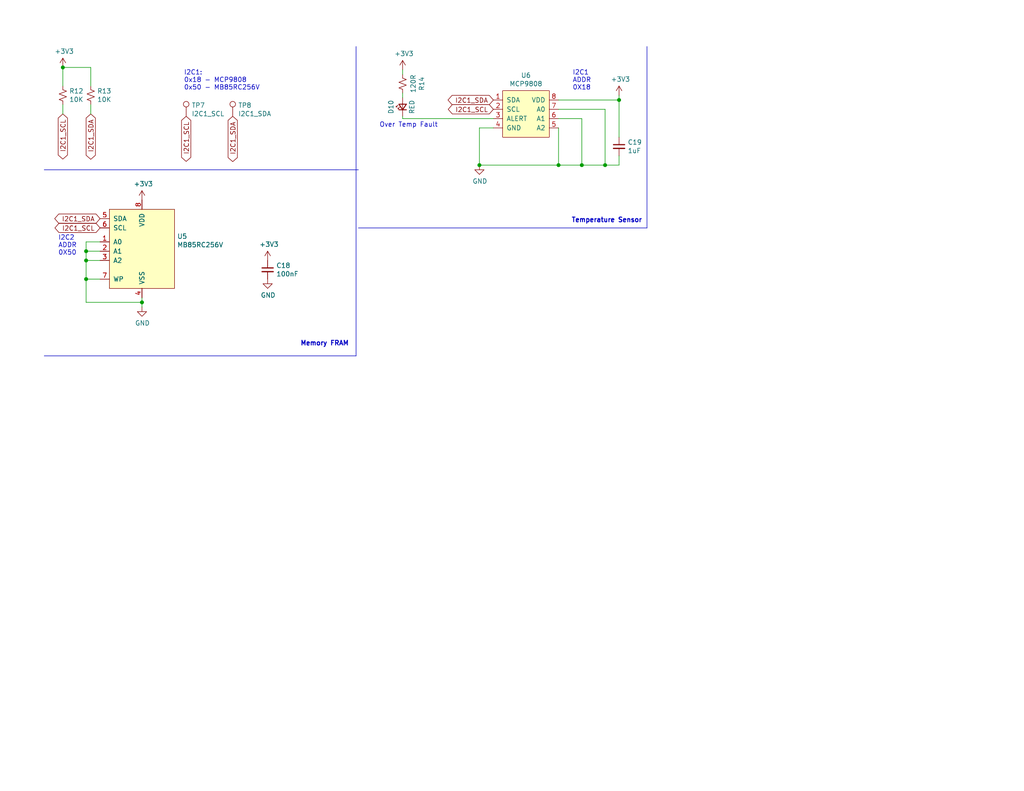
<source format=kicad_sch>
(kicad_sch (version 20231120) (generator "eeschema") (generator_version "8.0")
  (paper "USLetter")
  (title_block (title "dingoPDM-Max") (date "2024-09-06") (rev "v1.0") (comment 3 "github.com/corygrant") (comment 4 "Cory Grant"))
  (lib_symbols
    (symbol "Connector:TestPoint" (pin_numbers hide) (pin_names (offset 0.762) hide)
      (property "Reference" "TP" (at 0 6.858 0))
      (property "Value" "TestPoint" (at 0 5.08 0))
      (symbol "TestPoint_0_1"
        (circle (center 0 3.302) (radius 0.762))
      )
      (symbol "TestPoint_1_1"
        (pin passive line (at 0 0 90) (length 2.54) (name "1") (number "1"))
      )
    )
    (symbol "Device:C_Small" (pin_numbers hide) (pin_names (offset 0.254) hide)
      (property "Reference" "C" (at 0.254 1.778 0))
      (property "Value" "C_Small" (at 0.254 -2.032 0))
      (symbol "C_Small_0_1"
        (polyline (pts (xy -1.524 -0.508) (xy 1.524 -0.508)) (stroke (width 0.3302)))
        (polyline (pts (xy -1.524 0.508) (xy 1.524 0.508)) (stroke (width 0.3048)))
      )
      (symbol "C_Small_1_1"
        (pin passive line (at 0 2.54 270) (length 2.032) (name "~") (number "1"))
        (pin passive line (at 0 -2.54 90) (length 2.032) (name "~") (number "2"))
      )
    )
    (symbol "Device:LED_Small" (pin_numbers hide) (pin_names (offset 0.254) hide)
      (property "Reference" "D" (at -1.27 3.175 0))
      (property "Value" "LED_Small" (at -4.445 -2.54 0))
      (symbol "LED_Small_0_1"
        (polyline (pts (xy -0.762 -1.016) (xy -0.762 1.016)) (stroke (width 0.254)))
        (polyline (pts (xy 1.016 0) (xy -0.762 0)))
        (polyline (pts (xy 0.762 -1.016) (xy -0.762 0) (xy 0.762 1.016) (xy 0.762 -1.016)) (stroke (width 0.254)))
        (polyline (pts (xy 0 0.762) (xy -0.508 1.27) (xy -0.254 1.27) (xy -0.508 1.27) (xy -0.508 1.016)))
        (polyline (pts (xy 0.508 1.27) (xy 0 1.778) (xy 0.254 1.778) (xy 0 1.778) (xy 0 1.524)))
      )
      (symbol "LED_Small_1_1"
        (pin passive line (at -2.54 0 0) (length 1.778) (name "K") (number "1"))
        (pin passive line (at 2.54 0 180) (length 1.778) (name "A") (number "2"))
      )
    )
    (symbol "Device:R_Small_US" (pin_numbers hide) (pin_names (offset 0.254) hide)
      (property "Reference" "R" (at 0.762 0.508 0))
      (property "Value" "R_Small_US" (at 0.762 -1.016 0))
      (symbol "R_Small_US_1_1"
        (polyline (pts (xy 0 0) (xy 1.016 -0.381) (xy 0 -0.762) (xy -1.016 -1.143) (xy 0 -1.524)))
        (polyline (pts (xy 0 1.524) (xy 1.016 1.143) (xy 0 0.762) (xy -1.016 0.381) (xy 0 0)))
        (pin passive line (at 0 2.54 270) (length 1.016) (name "~") (number "1"))
        (pin passive line (at 0 -2.54 90) (length 1.016) (name "~") (number "2"))
      )
    )
    (symbol "Memory_FRAM:MB85RC256V" (pin_names (offset 1.016))
      (property "Reference" "U" (at -7.62 12.7 0))
      (property "Value" "MB85RC256V" (at 7.62 -11.43 0))
      (symbol "MB85RC256V_0_1"
        (rectangle (start -8.89 11.43) (end 8.89 -10.16) (fill (type background)))
      )
      (symbol "MB85RC256V_1_1"
        (pin input line (at -11.43 2.54 0) (length 2.54) (name "A0") (number "1"))
        (pin input line (at -11.43 0 0) (length 2.54) (name "A1") (number "2"))
        (pin input line (at -11.43 -2.54 0) (length 2.54) (name "A2") (number "3"))
        (pin power_in line (at 0 -12.7 90) (length 2.54) (name "VSS") (number "4"))
        (pin bidirectional line (at -11.43 8.89 0) (length 2.54) (name "SDA") (number "5"))
        (pin bidirectional line (at -11.43 6.35 0) (length 2.54) (name "SCL") (number "6"))
        (pin bidirectional line (at -11.43 -7.62 0) (length 2.54) (name "WP") (number "7"))
        (pin power_in line (at 0 13.97 270) (length 2.54) (name "VDD") (number "8"))
      )
    )
    (symbol "Temp_Sensors:MCP9808" (pin_names (offset 1.016))
      (property "Reference" "U" (at -5.08 7.62 0))
      (property "Value" "MCP9808" (at 2.54 -7.62 0))
      (symbol "MCP9808_0_1"
        (rectangle (start -6.35 6.35) (end 6.35 -6.35) (fill (type background)))
      )
      (symbol "MCP9808_1_1"
        (pin bidirectional line (at -8.89 3.81 0) (length 2.54) (name "SDA") (number "1"))
        (pin bidirectional line (at -8.89 1.27 0) (length 2.54) (name "SCL") (number "2"))
        (pin output line (at -8.89 -1.27 0) (length 2.54) (name "ALERT") (number "3"))
        (pin power_in line (at -8.89 -3.81 0) (length 2.54) (name "GND") (number "4"))
        (pin input line (at 8.89 -3.81 180) (length 2.54) (name "A2") (number "5"))
        (pin input line (at 8.89 -1.27 180) (length 2.54) (name "A1") (number "6"))
        (pin input line (at 8.89 1.27 180) (length 2.54) (name "A0") (number "7"))
        (pin power_in line (at 8.89 3.81 180) (length 2.54) (name "VDD") (number "8"))
      )
    )
    (symbol "power:+3V3" (power) (pin_names (offset 0))
      (property "Value" "+3V3" (at 0 3.556 0))
      (symbol "+3V3_0_1"
        (polyline (pts (xy -0.762 1.27) (xy 0 2.54)))
        (polyline (pts (xy 0 0) (xy 0 2.54)))
        (polyline (pts (xy 0 2.54) (xy 0.762 1.27)))
      )
      (symbol "+3V3_1_1"
        (pin power_in line (at 0 0 90) (length 0) hide (name "+3V3") (number "1"))
      )
    )
    (symbol "power:GND" (power) (pin_names (offset 0))
      (property "Value" "GND" (at 0 -3.81 0))
      (symbol "GND_0_1"
        (polyline (pts (xy 0 0) (xy 0 -1.27) (xy 1.27 -1.27) (xy 0 -2.54) (xy -1.27 -1.27) (xy 0 -1.27)))
      )
      (symbol "GND_1_1"
        (pin power_in line (at 0 0 270) (length 0) hide (name "GND") (number "1"))
      )
    )
  )
  (junction (at 17.145 18.415))
  (junction (at 130.81 45.085))
  (junction (at 152.4 45.085))
  (junction (at 168.91 27.305))
  (junction (at 23.495 68.58))
  (junction (at 38.735 82.55))
  (junction (at 23.495 76.2))
  (junction (at 23.495 71.12))
  (junction (at 165.1 45.085))
  (junction (at 158.75 45.085))
  (wire (pts (xy 23.495 82.55) (xy 38.735 82.55)))
  (wire (pts (xy 109.855 19.05) (xy 109.855 20.32)))
  (wire (pts (xy 152.4 29.845) (xy 165.1 29.845)))
  (wire (pts (xy 152.4 32.385) (xy 158.75 32.385)))
  (wire (pts (xy 17.145 28.575) (xy 17.145 31.115)))
  (wire (pts (xy 17.145 23.495) (xy 17.145 18.415)))
  (wire (pts (xy 158.75 45.085) (xy 165.1 45.085)))
  (wire (pts (xy 23.495 71.12) (xy 23.495 76.2)))
  (wire (pts (xy 168.91 27.305) (xy 168.91 26.035)))
  (polyline (pts (xy 97.79 62.23) (xy 176.53 62.23)))
  (wire (pts (xy 130.81 45.085) (xy 152.4 45.085)))
  (polyline (pts (xy 97.155 12.7) (xy 97.155 97.155)))
  (wire (pts (xy 165.1 29.845) (xy 165.1 45.085)))
  (wire (pts (xy 27.305 71.12) (xy 23.495 71.12)))
  (wire (pts (xy 38.735 81.28) (xy 38.735 82.55)))
  (wire (pts (xy 23.495 76.2) (xy 23.495 82.55)))
  (wire (pts (xy 24.765 18.415) (xy 24.765 23.495)))
  (wire (pts (xy 27.305 76.2) (xy 23.495 76.2)))
  (wire (pts (xy 165.1 45.085) (xy 168.91 45.085)))
  (wire (pts (xy 27.305 66.04) (xy 23.495 66.04)))
  (polyline (pts (xy 97.155 97.155) (xy 12.065 97.155)))
  (wire (pts (xy 152.4 27.305) (xy 168.91 27.305)))
  (wire (pts (xy 152.4 34.925) (xy 152.4 45.085)))
  (wire (pts (xy 168.91 27.305) (xy 168.91 37.465)))
  (wire (pts (xy 109.855 25.4) (xy 109.855 26.67)))
  (wire (pts (xy 109.855 32.385) (xy 109.855 31.75)))
  (wire (pts (xy 23.495 68.58) (xy 23.495 71.12)))
  (wire (pts (xy 27.305 68.58) (xy 23.495 68.58)))
  (polyline (pts (xy 12.065 46.355) (xy 97.79 46.355)))
  (wire (pts (xy 134.62 34.925) (xy 130.81 34.925)))
  (wire (pts (xy 23.495 66.04) (xy 23.495 68.58)))
  (polyline (pts (xy 176.53 12.7) (xy 176.53 62.23)))
  (wire (pts (xy 168.91 45.085) (xy 168.91 42.545)))
  (wire (pts (xy 130.81 34.925) (xy 130.81 45.085)))
  (wire (pts (xy 152.4 45.085) (xy 158.75 45.085)))
  (wire (pts (xy 24.765 28.575) (xy 24.765 31.115)))
  (wire (pts (xy 17.145 18.415) (xy 24.765 18.415)))
  (wire (pts (xy 134.62 32.385) (xy 109.855 32.385)))
  (wire (pts (xy 38.735 82.55) (xy 38.735 83.82)))
  (wire (pts (xy 158.75 32.385) (xy 158.75 45.085)))
  (text "I2C1\nADDR\n0X18" (at 156.21 24.765 0) (effects (font (size 1.27 1.27)) (justify left bottom)))
  (text "I2C2\nADDR\n0X50" (at 15.875 69.85 0) (effects (font (size 1.27 1.27)) (justify left bottom)))
  (text "Over Temp Fault" (at 103.505 34.925 0) (effects (font (size 1.27 1.27)) (justify left bottom)))
  (text "Temperature Sensor" (at 175.26 60.96 0) (effects (font (size 1.27 1.27) (thickness 0.254) (bold yes)) (justify right bottom)))
  (text "I2C1:\n0x18 - MCP9808\n0x50 - MB85RC256V\n" (at 50.165 24.765 0) (effects (font (size 1.27 1.27)) (justify left bottom)))
  (text "Memory FRAM" (at 95.25 94.615 0) (effects (font (size 1.27 1.27) (thickness 0.254) (bold yes)) (justify right bottom)))
  (global_label "I2C1_SCL" (shape bidirectional) (at 27.305 62.23 180) (property "Intersheetrefs" "${INTERSHEET_REFS}" (effects (hide yes))))
  (global_label "I2C1_SCL" (shape bidirectional) (at 17.145 31.115 270) (property "Intersheetrefs" "${INTERSHEET_REFS}" (effects (hide yes))))
  (global_label "I2C1_SDA" (shape bidirectional) (at 27.305 59.69 180) (property "Intersheetrefs" "${INTERSHEET_REFS}" (effects (hide yes))))
  (global_label "I2C1_SDA" (shape bidirectional) (at 24.765 31.115 270) (property "Intersheetrefs" "${INTERSHEET_REFS}" (effects (hide yes))))
  (global_label "I2C1_SCL" (shape bidirectional) (at 134.62 29.845 180) (property "Intersheetrefs" "${INTERSHEET_REFS}" (effects (hide yes))))
  (global_label "I2C1_SDA" (shape bidirectional) (at 134.62 27.305 180) (property "Intersheetrefs" "${INTERSHEET_REFS}" (effects (hide yes))))
  (global_label "I2C1_SDA" (shape bidirectional) (at 63.5 31.75 270) (property "Intersheetrefs" "${INTERSHEET_REFS}" (effects (hide yes))))
  (global_label "I2C1_SCL" (shape bidirectional) (at 50.8 31.75 270) (property "Intersheetrefs" "${INTERSHEET_REFS}" (effects (hide yes))))
  (symbol (lib_id "Device:R_Small_US") (at 17.145 26.035 0) (unit 1)
    (property "Reference" "R12" (at 18.8722 24.8666 0) (effects (justify left)))
    (property "Value" "10K" (at 18.8722 27.178 0) (effects (justify left)))
    (property "Footprint" "Resistor_SMD:R_0805_2012Metric" (effects (hide yes)))
    (property "Digi-Key_PN" "311-10.0KCRDKR-ND" (effects (hide yes)))
    (property "LCSC" "C17414" (effects (hide yes)))
  )
  (symbol (lib_id "Device:R_Small_US") (at 24.765 26.035 0) (unit 1)
    (property "Reference" "R13" (at 26.4922 24.8666 0) (effects (justify left)))
    (property "Value" "10K" (at 26.4922 27.178 0) (effects (justify left)))
    (property "Footprint" "Resistor_SMD:R_0805_2012Metric" (effects (hide yes)))
    (property "Digi-Key_PN" "311-10.0KCRDKR-ND" (effects (hide yes)))
    (property "LCSC" "C17414" (effects (hide yes)))
  )
  (symbol (lib_id "power:+3V3") (at 17.145 18.415 0) (unit 1)
    (property "Reference" "#PWR046" (effects (hide yes)))
    (property "Value" "+3V3" (at 17.526 14.0208 0))
  )
  (symbol (lib_id "Memory_FRAM:MB85RC256V") (at 38.735 68.58 0) (unit 1)
    (property "Reference" "U5" (at 48.3362 64.5414 0) (effects (justify left)))
    (property "Value" "MB85RC256V" (at 48.3362 66.8528 0) (effects (justify left)))
    (property "Footprint" "Package_SO:SOIC-8_3.9x4.9mm_P1.27mm" (effects (hide yes)))
    (property "Digi-Key_PN" "865-1261-1-ND" (effects (hide yes)))
    (property "LCSC" "C47538" (effects (hide yes)))
  )
  (symbol (lib_id "power:+3V3") (at 38.735 54.61 0) (unit 1)
    (property "Reference" "#PWR047" (effects (hide yes)))
    (property "Value" "+3V3" (at 39.116 50.2158 0))
  )
  (symbol (lib_id "power:GND") (at 38.735 83.82 0) (unit 1)
    (property "Reference" "#PWR048" (effects (hide yes)))
    (property "Value" "GND" (at 38.862 88.2142 0))
  )
  (symbol (lib_id "Temp_Sensors:MCP9808") (at 143.51 31.115 0) (unit 1)
    (property "Reference" "U6" (at 143.51 20.574 0))
    (property "Value" "MCP9808" (at 143.51 22.8854 0))
    (property "Footprint" "Package_SO:MSOP-8_3x3mm_P0.65mm" (effects (hide yes)))
    (property "Digi-Key_PN" "MCP9808T-E/MSCT-ND" (effects (hide yes)))
    (property "LCSC" "C129490" (effects (hide yes)))
  )
  (symbol (lib_id "power:GND") (at 130.81 45.085 0) (unit 1)
    (property "Reference" "#PWR052" (effects (hide yes)))
    (property "Value" "GND" (at 130.937 49.4792 0))
  )
  (symbol (lib_id "power:+3V3") (at 168.91 26.035 0) (unit 1)
    (property "Reference" "#PWR053" (effects (hide yes)))
    (property "Value" "+3V3" (at 169.291 21.6408 0))
  )
  (symbol (lib_id "Device:C_Small") (at 168.91 40.005 0) (unit 1)
    (property "Reference" "C19" (at 171.2468 38.8366 0) (effects (justify left)))
    (property "Value" "1uF" (at 171.2468 41.148 0) (effects (justify left)))
    (property "Footprint" "Capacitor_SMD:C_0805_2012Metric" (effects (hide yes)))
    (property "Digi-Key_PN" "311-1365-1-ND" (effects (hide yes)))
    (property "LCSC" "C28323" (effects (hide yes)))
  )
  (symbol (lib_id "Device:C_Small") (at 73.025 73.66 0) (unit 1)
    (property "Reference" "C18" (at 75.3618 72.4916 0) (effects (justify left)))
    (property "Value" "100nF" (at 75.3618 74.803 0) (effects (justify left)))
    (property "Footprint" "Capacitor_SMD:C_0805_2012Metric" (effects (hide yes)))
    (property "Digi-Key_PN" "478-1395-1-ND" (effects (hide yes)))
    (property "LCSC" "C49678" (effects (hide yes)))
  )
  (symbol (lib_id "power:+3V3") (at 73.025 71.12 0) (unit 1)
    (property "Reference" "#PWR049" (effects (hide yes)))
    (property "Value" "+3V3" (at 73.406 66.7258 0))
  )
  (symbol (lib_id "power:GND") (at 73.025 76.2 0) (unit 1)
    (property "Reference" "#PWR050" (effects (hide yes)))
    (property "Value" "GND" (at 73.152 80.5942 0))
  )
  (symbol (lib_id "Connector:TestPoint") (at 50.8 31.75 0) (unit 1)
    (property "Reference" "TP7" (at 52.2732 28.7528 0) (effects (justify left)))
    (property "Value" "I2C1_SCL" (at 52.2732 31.0642 0) (effects (justify left)))
    (property "Footprint" "TestPoint:TestPoint_Keystone_5000-5004_Miniature" (effects (hide yes)))
  )
  (symbol (lib_id "Connector:TestPoint") (at 63.5 31.75 0) (unit 1)
    (property "Reference" "TP8" (at 64.9732 28.7528 0) (effects (justify left)))
    (property "Value" "I2C1_SDA" (at 64.9732 31.0642 0) (effects (justify left)))
    (property "Footprint" "TestPoint:TestPoint_Keystone_5000-5004_Miniature" (effects (hide yes)))
  )
  (symbol (lib_id "Device:LED_Small") (at 109.855 29.21 90) (unit 1)
    (property "Reference" "D10" (at 106.68 29.21 0))
    (property "Value" "RED" (at 112.395 29.21 0))
    (property "Footprint" "LED_SMD:LED_0805_2012Metric" (effects (hide yes)))
    (property "Digi-Key_PN" "475-1278-1-ND" (effects (hide yes)))
    (property "LCSC" "C2899997" (effects (hide yes)))
  )
  (symbol (lib_id "power:+3V3") (at 109.855 19.05 0) (unit 1)
    (property "Reference" "#PWR051" (effects (hide yes)))
    (property "Value" "+3V3" (at 110.236 14.6558 0))
  )
  (symbol (lib_id "Device:R_Small_US") (at 109.855 22.86 180) (unit 1)
    (property "Reference" "R14" (at 115.062 22.86 90))
    (property "Value" "120R" (at 112.7506 22.86 90))
    (property "Footprint" "Resistor_SMD:R_0805_2012Metric" (effects (hide yes)))
    (property "Digi-Key_PN" "311-120CRCT-ND" (effects (hide yes)))
    (property "LCSC" "C229076" (effects (hide yes)))
  )
)
</source>
